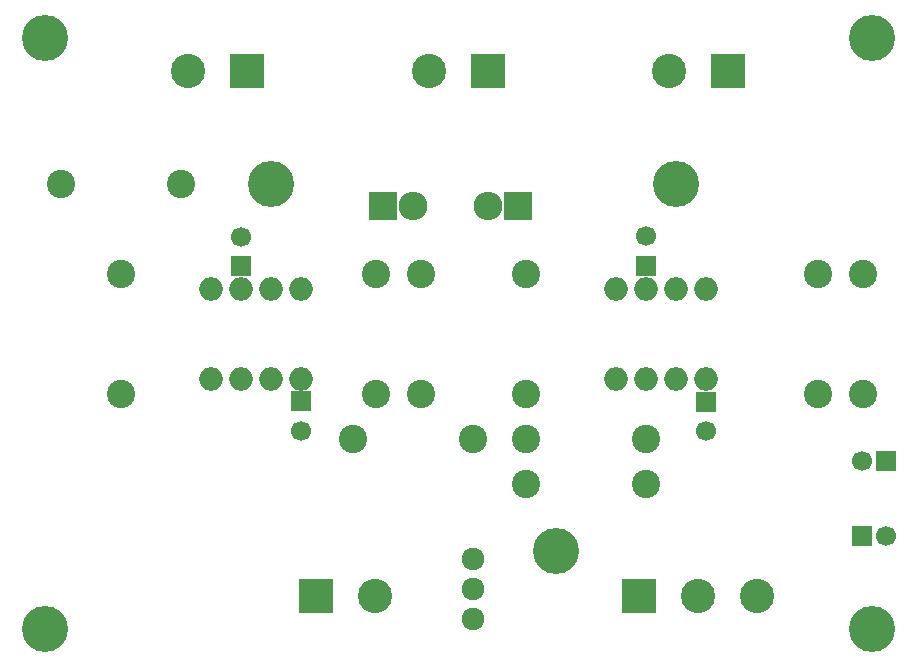
<source format=gbr>
G04 #@! TF.FileFunction,Soldermask,Top*
%FSLAX46Y46*%
G04 Gerber Fmt 4.6, Leading zero omitted, Abs format (unit mm)*
G04 Created by KiCad (PCBNEW 4.0.2+dfsg1-stable) date Mon 23 Oct 2017 16:48:42 CEST*
%MOMM*%
G01*
G04 APERTURE LIST*
%ADD10C,0.100000*%
%ADD11R,1.700000X1.700000*%
%ADD12C,1.700000*%
%ADD13R,2.432000X2.432000*%
%ADD14O,2.432000X2.432000*%
%ADD15C,2.900000*%
%ADD16R,2.900000X2.900000*%
%ADD17C,2.398980*%
%ADD18C,1.924000*%
%ADD19O,2.000000X2.000000*%
%ADD20C,3.900120*%
%ADD21C,3.900000*%
G04 APERTURE END LIST*
D10*
D11*
X188595000Y-112395000D03*
D12*
X186595000Y-112395000D03*
D11*
X186595000Y-118745000D03*
D12*
X188595000Y-118745000D03*
D11*
X168275000Y-95845000D03*
D12*
X168275000Y-93345000D03*
D11*
X173355000Y-107355000D03*
D12*
X173355000Y-109855000D03*
D11*
X133985000Y-95885000D03*
D12*
X133985000Y-93385000D03*
D11*
X139065000Y-107315000D03*
D12*
X139065000Y-109815000D03*
D13*
X157480000Y-90805000D03*
D14*
X154940000Y-90805000D03*
D13*
X146050000Y-90805000D03*
D14*
X148590000Y-90805000D03*
D15*
X177720000Y-123825000D03*
D16*
X167720000Y-123825000D03*
D15*
X172720000Y-123825000D03*
D16*
X175260000Y-79375000D03*
D15*
X170260000Y-79375000D03*
D16*
X154940000Y-79375000D03*
D15*
X149940000Y-79375000D03*
D16*
X140335000Y-123825000D03*
D15*
X145335000Y-123825000D03*
D16*
X134540000Y-79375000D03*
D15*
X129540000Y-79375000D03*
D17*
X182880000Y-106680000D03*
X182880000Y-96520000D03*
X186690000Y-106680000D03*
X186690000Y-96520000D03*
X168275000Y-114300000D03*
X158115000Y-114300000D03*
X168275000Y-110490000D03*
X158115000Y-110490000D03*
X158115000Y-96520000D03*
X158115000Y-106680000D03*
X145415000Y-106680000D03*
X145415000Y-96520000D03*
X149225000Y-106680000D03*
X149225000Y-96520000D03*
X143510000Y-110490000D03*
X153670000Y-110490000D03*
X123825000Y-96520000D03*
X123825000Y-106680000D03*
X128905000Y-88900000D03*
X118745000Y-88900000D03*
D18*
X153670000Y-123190000D03*
X153670000Y-125730000D03*
X153670000Y-120650000D03*
D19*
X165735000Y-105410000D03*
X168275000Y-105410000D03*
X170815000Y-105410000D03*
X173355000Y-105410000D03*
X173355000Y-97790000D03*
X170815000Y-97790000D03*
X168275000Y-97790000D03*
X165735000Y-97790000D03*
X131445000Y-105410000D03*
X133985000Y-105410000D03*
X136525000Y-105410000D03*
X139065000Y-105410000D03*
X139065000Y-97790000D03*
X136525000Y-97790000D03*
X133985000Y-97790000D03*
X131445000Y-97790000D03*
D20*
X160655000Y-120015000D03*
X170815000Y-88900000D03*
X136525000Y-88900000D03*
D21*
X117400000Y-76600000D03*
X187400000Y-76600000D03*
X187400000Y-126600000D03*
X117400000Y-126600000D03*
M02*

</source>
